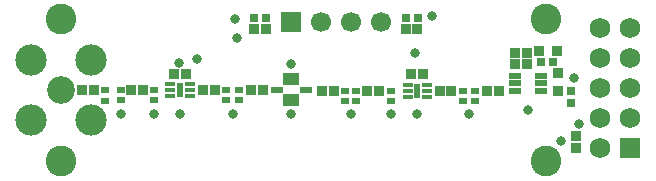
<source format=gts>
G04*
G04 #@! TF.GenerationSoftware,Altium Limited,Altium Designer,20.0.13 (296)*
G04*
G04 Layer_Color=8388736*
%FSLAX25Y25*%
%MOIN*%
G70*
G01*
G75*
%ADD10R,0.04409X0.02047*%
%ADD11R,0.05512X0.04331*%
%ADD12R,0.03228X0.03228*%
%ADD13R,0.01929X0.05118*%
%ADD14R,0.03740X0.01378*%
%ADD15R,0.03228X0.03228*%
%ADD16R,0.03543X0.03543*%
%ADD17R,0.02913X0.02284*%
%ADD18R,0.02953X0.02953*%
%ADD19R,0.02953X0.02953*%
%ADD20R,0.03937X0.01968*%
%ADD21R,0.03543X0.03543*%
%ADD22C,0.10236*%
%ADD23C,0.06890*%
%ADD24R,0.06890X0.06890*%
%ADD25C,0.06693*%
%ADD26R,0.06693X0.06693*%
%ADD27C,0.09252*%
%ADD28C,0.10433*%
%ADD29C,0.03150*%
D10*
X355787Y369213D02*
D03*
X365315D02*
D03*
D11*
X360512Y365669D02*
D03*
Y372756D02*
D03*
D12*
X350905Y369252D02*
D03*
X346969D02*
D03*
X352126Y389409D02*
D03*
X348189D02*
D03*
X398583Y389488D02*
D03*
X402520D02*
D03*
X321378Y374488D02*
D03*
X325315D02*
D03*
X400472D02*
D03*
X404410D02*
D03*
X438898Y377835D02*
D03*
X434961D02*
D03*
X438898Y381299D02*
D03*
X434961D02*
D03*
X334882Y369094D02*
D03*
X330945D02*
D03*
X425748Y368779D02*
D03*
X429685D02*
D03*
X374606D02*
D03*
X370669D02*
D03*
X385709Y368819D02*
D03*
X389646D02*
D03*
X413819Y368779D02*
D03*
X409882D02*
D03*
X310984Y369094D02*
D03*
X307047D02*
D03*
X290787Y369055D02*
D03*
X294724D02*
D03*
D13*
X402520Y368779D02*
D03*
X323307Y369094D02*
D03*
D14*
X405748Y366811D02*
D03*
Y368779D02*
D03*
Y370748D02*
D03*
X399291Y366811D02*
D03*
Y368779D02*
D03*
Y370748D02*
D03*
X320079Y371063D02*
D03*
Y369094D02*
D03*
Y367126D02*
D03*
X326535Y371063D02*
D03*
Y369094D02*
D03*
Y367126D02*
D03*
D15*
X455433Y353661D02*
D03*
Y349724D02*
D03*
D16*
X443032Y382205D02*
D03*
X448937D02*
D03*
D17*
X338622Y365669D02*
D03*
Y369134D02*
D03*
X343071Y365748D02*
D03*
Y369213D02*
D03*
X417717Y365315D02*
D03*
Y368779D02*
D03*
X381968Y365354D02*
D03*
Y368819D02*
D03*
X393740Y365354D02*
D03*
Y368819D02*
D03*
X378346Y365354D02*
D03*
Y368819D02*
D03*
X421654Y365315D02*
D03*
Y368779D02*
D03*
X303543Y369094D02*
D03*
Y365630D02*
D03*
X314646Y369094D02*
D03*
Y365630D02*
D03*
X298346Y369055D02*
D03*
Y365591D02*
D03*
D18*
X348051Y393110D02*
D03*
X351988D02*
D03*
X402658D02*
D03*
X398721D02*
D03*
X443819Y378386D02*
D03*
X447756D02*
D03*
D19*
X453819Y364843D02*
D03*
Y368779D02*
D03*
D20*
X434961Y368819D02*
D03*
Y371378D02*
D03*
Y373937D02*
D03*
X443819D02*
D03*
Y371378D02*
D03*
Y368819D02*
D03*
D21*
X449488D02*
D03*
Y374724D02*
D03*
D22*
X445197Y345354D02*
D03*
Y392756D02*
D03*
X283780D02*
D03*
Y345354D02*
D03*
D23*
X463307Y389724D02*
D03*
Y379724D02*
D03*
X473307Y389724D02*
D03*
Y379724D02*
D03*
X463307Y369724D02*
D03*
X473307D02*
D03*
X463307Y349724D02*
D03*
X473307Y359724D02*
D03*
X463307D02*
D03*
D24*
X473307Y349724D02*
D03*
D25*
X370315Y391929D02*
D03*
X380315D02*
D03*
X390315D02*
D03*
D26*
X360315D02*
D03*
D27*
X283780Y369055D02*
D03*
D28*
X293779Y379055D02*
D03*
X273780D02*
D03*
Y359055D02*
D03*
X293779D02*
D03*
D29*
X360512Y377953D02*
D03*
Y361221D02*
D03*
X323031Y378031D02*
D03*
X456457Y357677D02*
D03*
X419803Y361024D02*
D03*
X402480D02*
D03*
X401811Y381575D02*
D03*
X342480Y386496D02*
D03*
X303583Y361024D02*
D03*
X314724D02*
D03*
X393701D02*
D03*
X454606Y372992D02*
D03*
X439370Y362441D02*
D03*
X380197Y361024D02*
D03*
X340866D02*
D03*
X323346D02*
D03*
X407520Y393779D02*
D03*
X341535Y392756D02*
D03*
X328898Y379488D02*
D03*
X450472Y352165D02*
D03*
M02*

</source>
